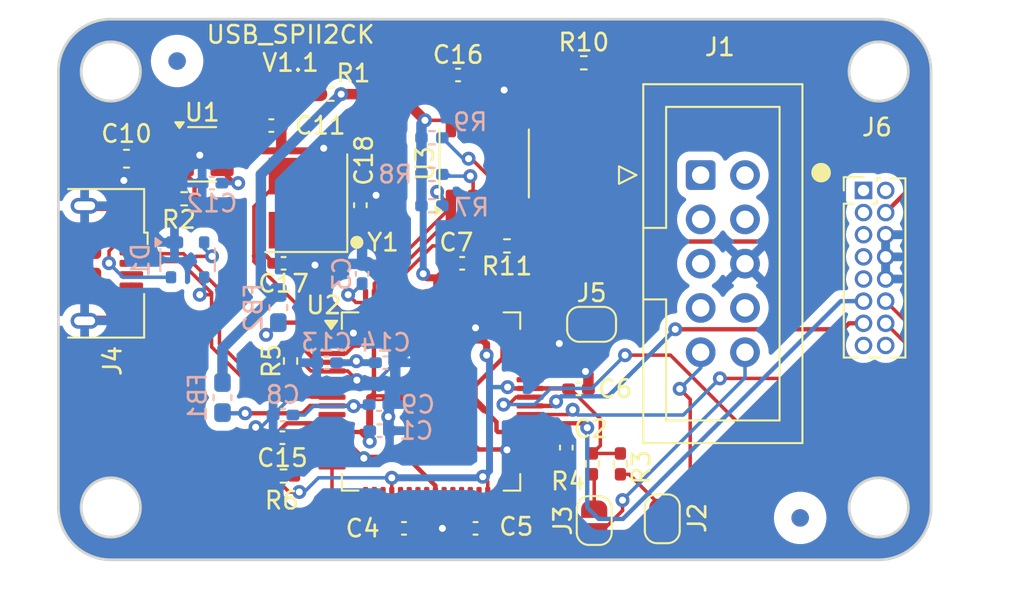
<source format=kicad_pcb>
(kicad_pcb (version 20240108) (generator "pcbnew") (generator_version "8.0")
  (layers (0 "F.Cu" signal) (31 "B.Cu" signal) (34 "B.Paste" user) (35 "F.Paste" user) (36 "B.SilkS" user "B.Silkscreen") (37 "F.SilkS" user "F.Silkscreen") (38 "B.Mask" user) (39 "F.Mask" user) (44 "Edge.Cuts" user))
  (net 0 "")
  (net 1 "Net-(U2-VREGOUT)")
  (net 2 "GND")
  (net 3 "+3.3V")
  (net 4 "Net-(U2-VPLL)")
  (net 5 "VBUS")
  (net 6 "Net-(U1-VOUT)")
  (net 7 "Net-(U1-BP)")
  (net 8 "Net-(U2-VPHY)")
  (net 9 "Net-(U2-OSCI)")
  (net 10 "Net-(U2-OSCO)")
  (net 11 "/USB-")
  (net 12 "/USB+")
  (net 13 "/I2C_SDA")
  (net 16 "/I2C_SCL")
  (net 22 "Net-(J2-Pin_2)")
  (net 23 "Net-(J3-Pin_2)")
  (net 25 "/~{RESET}")
  (net 26 "Net-(J5-Pin_1)")
  (net 27 "/SPI_MOSI")
  (net 31 "/SPI_SCK")
  (net 32 "/SPI_SSN")
  (net 33 "/SPI_MISO")
  (net 39 "Net-(U1-ON{slash}~{OFF})")
  (net 40 "Net-(U2-REF)")
  (net 41 "Net-(U2-~{RESET})")
  (net 42 "Net-(U2-EECS)")
  (net 43 "Net-(U2-EECLK)")
  (net 44 "Net-(U2-EEDATA)")
  (net 45 "Net-(U3-DO)")
  (footprint "Jumper:SolderJumper-2_P1.3mm_Open_RoundedPad1.0x1.5mm" (layer "F.Cu") (at 153.4 112.45 90)
    (property "Reference" "J3")
    (property "Value" "Conn_01x02")
  )
  (footprint "Connector_USB:USB_Micro-B_Amphenol_10118193-0001LF_Horizontal" (layer "F.Cu") (at 124.2 97.7 -90)
    (property "Reference" "J4")
    (property "Value" "USB_B_Micro")
  )
  (footprint "Capacitor_SMD:C_0402_1005Metric_Pad0.74x0.62mm_HandSolder" (layer "F.Cu") (at 145.6 86.9)
    (property "Reference" "C16")
    (property "Value" "0.1u")
  )
  (footprint "Capacitor_SMD:C_0402_1005Metric_Pad0.74x0.62mm_HandSolder" (layer "F.Cu") (at 151.8 108.2675 90)
    (property "Reference" "C2")
    (property "Value" "0.1u")
  )
  (footprint "Package_TO_SOT_SMD:SOT-23-5" (layer "F.Cu") (at 130.9375 91.45)
    (property "Reference" "U1")
    (property "Value" "LP2985-3.3")
  )
  (footprint "Package_SO:SOIC-8_3.9x4.9mm_P1.27mm" (layer "F.Cu") (at 147.095 91.975 90)
    (property "Reference" "U3")
    (property "Value" "AT93C46DN-SH-T")
  )
  (footprint "Jumper:SolderJumper-2_P1.3mm_Open_RoundedPad1.0x1.5mm" (layer "F.Cu") (at 157.3 112.35 90)
    (property "Reference" "J2")
    (property "Value" "Conn_01x02")
  )
  (footprint "Resistor_SMD:R_0402_1005Metric_Pad0.72x0.64mm_HandSolder" (layer "F.Cu") (at 153.3 109.2 90)
    (property "Reference" "R4")
    (property "Value" "5.11k")
  )
  (footprint "Resistor_SMD:R_0402_1005Metric_Pad0.72x0.64mm_HandSolder" (layer "F.Cu") (at 148.4 96.7 180)
    (property "Reference" "R11")
    (property "Value" "2.15k")
  )
  (footprint "Connector_IDC:IDC-Header_2x05_P2.54mm_Vertical" (layer "F.Cu") (at 159.5 92.64)
    (property "Reference" "J1")
    (property "Value" "Conn_02x05_Odd_Even")
  )
  (footprint "Resistor_SMD:R_0402_1005Metric_Pad0.72x0.64mm_HandSolder" (layer "F.Cu") (at 152.8025 86.2)
    (property "Reference" "R10")
    (property "Value" "10k")
  )
  (footprint "Capacitor_SMD:C_0402_1005Metric_Pad0.74x0.62mm_HandSolder" (layer "F.Cu") (at 142.5 112.9 180)
    (property "Reference" "C4")
    (property "Value" "0.1u")
  )
  (footprint "Resistor_SMD:R_0402_1005Metric_Pad0.72x0.64mm_HandSolder" (layer "F.Cu") (at 154.9 109.2025 90)
    (property "Reference" "R3")
    (property "Value" "5.11k")
  )
  (footprint "Capacitor_SMD:C_0402_1005Metric_Pad0.74x0.62mm_HandSolder" (layer "F.Cu") (at 152.5 104.9 180)
    (property "Reference" "C6")
    (property "Value" "0.1u")
  )
  (footprint "Resistor_SMD:R_0402_1005Metric_Pad0.72x0.64mm_HandSolder" (layer "F.Cu") (at 129.9025 94)
    (property "Reference" "R2")
    (property "Value" "10k")
  )
  (footprint "Connector_PinHeader_1.27mm:PinHeader_2x08_P1.27mm_Vertical" (layer "F.Cu") (at 168.83 93.52)
    (property "Reference" "J6")
    (property "Value" "Conn_02x08_Odd_Even")
  )
  (footprint "Resistor_SMD:R_0402_1005Metric_Pad0.72x0.64mm_HandSolder" (layer "F.Cu") (at 135.5975 109.9)
    (property "Reference" "R6")
    (property "Value" "10k")
  )
  (footprint "Jumper:SolderJumper-2_P1.3mm_Open_RoundedPad1.0x1.5mm" (layer "F.Cu") (at 153.25 101.2)
    (property "Reference" "J5")
    (property "Value" "Conn_01x02")
  )
  (footprint "Resistor_SMD:R_0402_1005Metric_Pad0.72x0.64mm_HandSolder" (layer "F.Cu") (at 138.3025 88)
    (property "Reference" "R1")
    (property "Value" "0")
  )
  (footprint "Package_QFP:LQFP-64_10x10mm_P0.5mm" (layer "F.Cu") (at 144.05 105.625)
    (property "Reference" "U2")
    (property "Value" "FT2232HL")
  )
  (footprint "Capacitor_SMD:C_0402_1005Metric_Pad0.74x0.62mm_HandSolder" (layer "F.Cu") (at 145.8325 97.7 180)
    (property "Reference" "C7")
    (property "Value" "0.1u")
  )
  (footprint "Crystal:Crystal_SMD_SeikoEpson_FA238V-4Pin_3.2x2.5mm_HandSoldering" (layer "F.Cu") (at 136.9 94.25 90)
    (property "Reference" "Y1")
    (property "Value" "12.00 MHz")
  )
  (footprint "Capacitor_SMD:C_0402_1005Metric_Pad0.74x0.62mm_HandSolder" (layer "F.Cu") (at 135.5325 107.7 180)
    (property "Reference" "C15")
    (property "Value" "3.3u")
  )
  (footprint "Capacitor_SMD:C_0402_1005Metric_Pad0.74x0.62mm_HandSolder" (layer "F.Cu") (at 140 94.3675 -90)
    (property "Reference" "C18")
    (property "Value" "27pF")
  )
  (footprint "Fiducial:Fiducial_1mm_Mask3mm" (layer "F.Cu") (at 165.2 112.3)
    (property "Reference" "FID2" (hide yes))
    (property "Value" "Fiducial")
  )
  (footprint "Resistor_SMD:R_0402_1005Metric_Pad0.72x0.64mm_HandSolder" (layer "F.Cu") (at 136 103.3025 -90)
    (property "Reference" "R5")
    (property "Value" "12.1k")
  )
  (footprint "Capacitor_SMD:C_0402_1005Metric_Pad0.74x0.62mm_HandSolder" (layer "F.Cu") (at 146.6 112.9)
    (property "Reference" "C5")
    (property "Value" "0.1u")
  )
  (footprint "Capacitor_SMD:C_0603_1608Metric_Pad1.08x0.95mm_HandSolder" (layer "F.Cu") (at 126.6 91.7)
    (property "Reference" "C10")
    (property "Value" "1u")
  )
  (footprint "Capacitor_SMD:C_0402_1005Metric_Pad0.74x0.62mm_HandSolder" (layer "F.Cu") (at 135.6 97.7 180)
    (property "Reference" "C17")
    (property "Value" "27pF")
  )
  (footprint "Capacitor_SMD:C_0402_1005Metric_Pad0.74x0.62mm_HandSolder" (layer "F.Cu") (at 134.9 89.8 180)
    (property "Reference" "C11")
    (property "Value" "4.7u")
  )
  (footprint "Fiducial:Fiducial_1mm_Mask3mm" (layer "F.Cu") (at 129.5 86.1)
    (property "Reference" "FID1" (hide yes))
    (property "Value" "Fiducial")
  )
  (footprint "Capacitor_SMD:C_0402_1005Metric_Pad0.74x0.62mm_HandSolder" (layer "B.Cu") (at 141.0675 105.8 180)
    (property "Reference" "C9")
    (property "Value" "0.1u")
  )
  (footprint "Capacitor_SMD:C_0402_1005Metric_Pad0.74x0.62mm_HandSolder" (layer "B.Cu") (at 135.5675 106.4 180)
    (property "Reference" "C8")
    (property "Value" "3.3u")
  )
  (footprint "Capacitor_SMD:C_0402_1005Metric_Pad0.74x0.62mm_HandSolder" (layer "B.Cu") (at 141.1 107.3 180)
    (property "Reference" "C1")
    (property "Value" "0.1u")
  )
  (footprint "Resistor_SMD:R_0402_1005Metric_Pad0.72x0.64mm_HandSolder" (layer "B.Cu") (at 144.0975 92.6 180)
    (property "Reference" "R8")
    (property "Value" "10k")
  )
  (footprint "Capacitor_SMD:C_0402_1005Metric_Pad0.74x0.62mm_HandSolder" (layer "B.Cu") (at 141.4325 103.4 180)
    (property "Reference" "C14")
    (property "Value" "0.1u")
  )
  (footprint "Fiducial:Fiducial_1mm_Mask3mm" (layer "B.Cu") (at 165.2 112.3 180)
    (property "Reference" "FID4" (hide yes))
    (property "Value" "Fiducial")
  )
  (footprint "Capacitor_SMD:C_0402_1005Metric_Pad0.74x0.62mm_HandSolder" (layer "B.Cu") (at 131.5 93.1)
    (property "Reference" "C12")
    (property "Value" "0.1u")
  )
  (footprint "Capacitor_SMD:C_0603_1608Metric_Pad1.08x0.95mm_HandSolder" (layer "B.Cu") (at 132.1 105.4 -90)
    (property "Reference" "FB1")
    (property "Value" "MMZ1608Y102B")
  )
  (footprint "Fiducial:Fiducial_1mm_Mask3mm" (layer "B.Cu") (at 129.5 86.1 180)
    (property "Reference" "FID3" (hide yes))
    (property "Value" "Fiducial")
  )
  (footprint "Capacitor_SMD:C_0402_1005Metric_Pad0.74x0.62mm_HandSolder" (layer "B.Cu") (at 140.1 98.3 -90)
    (property "Reference" "C3")
    (property "Value" "0.1u")
  )
  (footprint "Capacitor_SMD:C_0402_1005Metric_Pad0.74x0.62mm_HandSolder" (layer "B.Cu") (at 138.0675 103.4 180)
    (property "Reference" "C13")
    (property "Value" "3.3u")
  )
  (footprint "Package_TO_SOT_SMD:SOT-143" (layer "B.Cu") (at 130.1 97.5 -90)
    (property "Reference" "D1")
    (property "Value" "PRTR5V0U2X")
  )
  (footprint "Capacitor_SMD:C_0603_1608Metric_Pad1.08x0.95mm_HandSolder" (layer "B.Cu") (at 135.3 100.2375 -90)
    (property "Reference" "FB2")
    (property "Value" "MMZ1608Y102B")
  )
  (footprint "Resistor_SMD:R_0402_1005Metric_Pad0.72x0.64mm_HandSolder" (layer "B.Cu") (at 144.0975 90.5 180)
    (property "Reference" "R9")
    (property "Value" "10k")
  )
  (footprint "Resistor_SMD:R_0402_1005Metric_Pad0.72x0.64mm_HandSolder" (layer "B.Cu") (at 144.0975 94.4 180)
    (property "Reference" "R7")
    (property "Value" "10k")
  )
  (gr_circle (center 166.4 92.5) (end 166.8 92.2) (stroke (width 0.12)) (fill solid) (layer "F.SilkS"))
  (gr_circle (center 139.8 96.5) (end 140.1 96.4) (stroke (width 0.12)) (fill solid) (layer "F.SilkS"))
  (gr_circle (center 125.7 86.7) (end 124 86.7) (stroke (width 0.16)) (fill none) (layer "Edge.Cuts"))
  (gr_line (start 122.7 111.7) (end 122.7 86.7) (stroke (width 0.16)) (layer "Edge.Cuts"))
  (gr_line (start 125.7 83.7) (end 169.7 83.7) (stroke (width 0.16)) (layer "Edge.Cuts"))
  (gr_line (start 172.7 86.7) (end 172.7 111.7) (stroke (width 0.16)) (layer "Edge.Cuts"))
  (gr_arc (start 122.7 86.7) (mid 123.57868 84.57868) (end 125.7 83.7) (stroke (width 0.16)) (layer "Edge.Cuts"))
  (gr_arc (start 169.7 83.7) (mid 171.82132 84.57868) (end 172.7 86.7) (stroke (width 0.16)) (layer "Edge.Cuts"))
  (gr_line (start 169.7 114.7) (end 125.7 114.7) (stroke (width 0.16)) (layer "Edge.Cuts"))
  (gr_arc (start 172.7 111.7) (mid 171.82132 113.82132) (end 169.7 114.7) (stroke (width 0.16)) (layer "Edge.Cuts"))
  (gr_arc (start 125.7 114.7) (mid 123.57868 113.82132) (end 122.7 111.7) (stroke (width 0.16)) (layer "Edge.Cuts"))
  (gr_circle (center 169.7 111.7) (end 168 111.7) (stroke (width 0.16)) (fill none) (layer "Edge.Cuts"))
  (gr_circle (center 125.7 111.7) (end 124 111.7) (stroke (width 0.16)) (fill none) (layer "Edge.Cuts"))
  (gr_circle (center 169.7 86.7) (end 168 86.7) (stroke (width 0.16)) (fill none) (layer "Edge.Cuts"))
  (gr_text "USB_SPII2CK\nV1.1" (at 136 84 0) (layer "F.SilkS") (effects (font (size 1 1)) (justify top)))
  (segment (start 149.725 107.375) (end 147.875 107.375) (width 0.254) (layer "F.Cu") (net 1))
  (segment (start 140.532 105.4) (end 140.777 105.155) (width 0.254) (layer "F.Cu") (net 1))
  (segment (start 146.4 105.4) (end 146.6 105.6) (width 0.4) (layer "F.Cu") (net 1))
  (segment (start 140.777 105.155) (end 140.777 101.272592) (width 0.254) (layer "F.Cu") (net 1))
  (segment (start 140.532 107.3) (end 140.532 106.846) (width 0.4) (layer "F.Cu") (net 1))
  (segment (start 136.525 107.375) (end 138.375 107.375) (width 0.2) (layer "F.Cu") (net 1))
  (segment (start 136.2 107.7) (end 136.525 107.375) (width 0.2) (layer "F.Cu") (net 1))
  (segment (start 147.1 106.1) (end 146.8 105.8) (width 0.254) (layer "F.Cu") (net 1))
  (segment (start 147.8 99.95) (end 148.146 100.296) (width 0.254) (layer "F.Cu") (net 1))
  (segment (start 147.8 107.3) (end 147.8 106.8) (width 0.254) (layer "F.Cu") (net 1))
  (segment (start 140.3 99.95) (end 139.75 99.95) (width 0.2) (layer "F.Cu") (net 1))
  (segment (start 139.75 99.95) (end 139.3 99.5) (width 0.2) (layer "F.Cu") (net 1))
  (segment (start 146.6 105.6) (end 146.8 105.8) (width 0.4) (layer "F.Cu") (net 1))
  (segment (start 140.532 105.4) (end 146.4 105.4) (width 0.4) (layer "F.Cu") (net 1))
  (segment (start 140.064 107.314) (end 140.447 107.314) (width 0.25) (layer "F.Cu") (net 1))
  (segment (start 146.8 105.8) (end 147.1 106.1) (width 0.4) (layer "F.Cu") (net 1))
  (segment (start 151.475 107.375) (end 151.8 107.7) (width 0.254) (layer "F.Cu") (net 1))
  (segment (start 139.991499 107.375) (end 140.536549 107.92005) (width 0.25) (layer "F.Cu") (net 1))
  (segment (start 147.8 106.8) (end 147.1 106.1) (width 0.254) (layer "F.Cu") (net 1))
  (segment (start 140.532 106.846) (end 140.532 105.4) (width 0.4) (layer "F.Cu") (net 1))
  (segment (start 140.532 106.846) (end 140.532 107.3) (width 0.25) (layer "F.Cu") (net 1))
  (segment (start 146.6 105.6) (end 146.8 105.8) (width 0.254) (layer "F.Cu") (net 1))
  (segment (start 146.6 104.7) (end 146.6 105.6) (width 0.254) (layer "F.Cu") (net 1))
  (segment (start 148.146 100.296) (end 148.146 103.154) (width 0.254) (layer "F.Cu") (net 1))
  (segment (start 148.146 103.154) (end 146.6 104.7) (width 0.254) (layer "F.Cu") (net 1))
  (segment (start 140.3 100.795592) (end 140.3 99.95) (width 0.254) (layer "F.Cu") (net 1))
  (segment (start 140.777 101.272592) (end 140.3 100.795592) (width 0.254) (layer "F.Cu") (net 1))
  (segment (start 138.375 107.375) (end 139.991499 107.375) (width 0.25) (layer "F.Cu") (net 1))
  (segment (start 149.725 107.375) (end 151.475 107.375) (width 0.254) (layer "F.Cu") (net 1))
  (via (at 140.536549 107.92005) (size 0.8) (drill 0.4) (layers "F.Cu" "B.Cu") (net 1))
  (via (at 139.3 99.5) (size 0.8) (drill 0.4) (layers "F.Cu" "B.Cu") (net 1))
  (segment (start 139.468 99.5) (end 140.1 98.8675) (width 0.2) (layer "B.Cu") (net 1))
  (segment (start 140.5 107.332) (end 140.5 107.883501) (width 0.25) (layer "B.Cu") (net 1))
  (segment (start 140.5 107.883501) (end 140.536549 107.92005) (width 0.25) (layer "B.Cu") (net 1))
  (segment (start 139.3 99.5) (end 139.468 99.5) (width 0.2) (layer "B.Cu") (net 1))
  (segment (start 146.8 99.95) (end 146.8 98.1) (width 0.254) (layer "F.Cu") (net 2))
  (segment (start 137.17 103.875) (end 136 102.705) (width 0.2) (layer "F.Cu") (net 2))
  (segment (start 134.965 107.7) (end 135.79 106.875) (width 0.25) (layer "F.Cu") (net 2))
  (segment (start 151.325 102.375) (end 151.4 102.3) (width 0.254) (layer "F.Cu") (net 2))
  (segment (start 139.199998 107.875) (end 140.2 108.875002) (width 0.2) (layer "F.Cu") (net 2))
  (segment (start 140.2 108.875002) (end 139.900002 108.875002) (width 0.2) (layer "F.Cu") (net 2))
  (segment (start 124.2 101) (end 124.2 98.9) (width 0.4) (layer "F.Cu") (net 2))
  (segment (start 144.3 112.9) (end 144.7 112.9) (width 0.6) (layer "F.Cu") (net 2))
  (segment (start 141.668 107.3) (end 145.7 107.3) (width 0.4) (layer "F.Cu") (net 2))
  (segment (start 138.375 103.875) (end 137.17 103.875) (width 0.2) (layer "F.Cu") (net 2))
  (segment (start 138.375 108.875) (end 139.975 108.875) (width 0.254) (layer "F.Cu") (net 2))
  (segment (start 140.9 93.8) (end 140 93.8) (width 0.6) (layer "F.Cu") (net 2))
  (segment (start 135.468 90.4582) (end 135.468 89.8) (width 0.5) (layer "F.Cu") (net 2))
  (segment (start 135.468 90.4582) (end 135.468 90.4587) (width 0.6) (layer "F.Cu") (net 2))
  (segment (start 149.725 108.375) (end 148.425 108.375) (width 0.254) (layer "F.Cu") (net 2))
  (segment (start 138.375 103.875) (end 139.275 103.875) (width 0.2) (layer "F.Cu") (net 2))
  (segment (start 135.468 90.4587) (end 135.468 91.1175) (width 0.6) (layer "F.Cu") (net 2))
  (segment (start 141.6 106.5) (end 141.6 107.232) (width 0.6) (layer "F.Cu") (net 2))
  (segment (start 137.85 91.25) (end 137.9 91.3) (width 0.4) (layer "F.Cu") (net 2))
  (segment (start 136.9 106.875) (end 138.375 106.875) (width 0.254) (layer "F.Cu") (net 2))
  (segment (start 141.46 108.875) (end 139.975 108.875) (width 0.4) (layer "F.Cu") (net 2))
  (segment (start 137.7 91.1) (end 137.9 91.3) (width 0.4) (layer "F.Cu") (net 2))
  (segment (start 135.79 106.875) (end 136.9 106.875) (width 0.25) (layer "F.Cu") (net 2))
  (segment (start 126.65 93.15) (end 126.45 92.95) (width 0.4) (layer "F.Cu") (net 2))
  (segment (start 130.8 91.5) (end 130.9 91.6) (width 0.254) (layer "F.Cu") (net 2))
  (segment (start 130.9 91.6) (end 133.6 91.6) (width 0.4) (layer "F.Cu") (net 2))
  (segment (start 146.8 98.1) (end 146.4 97.7) (width 0.254) (layer "F.Cu") (net 2))
  (segment (start 125.738 92.2375) (end 125.738 91.7) (width 0.4) (layer "F.Cu") (net 2))
  (segment (start 139.25 93.8) (end 138.15 92.7) (width 0.4) (layer "F.Cu") (net 2))
  (segment (start 136.168 97.7) (end 136.168 96.3175) (width 0.6) (layer "F.Cu") (net 2))
  (segment (start 141.668 108.668) (end 141.668 107.4) (width 0.4) (layer "F.Cu") (net 2))
  (segment (start 139.975 108.875) (end 140.199998 108.875) (width 0.4) (layer "F.Cu") (net 2))
  (segment (start 136.268 97.8) (end 136.168 97.7) (width 0.6) (layer "F.Cu") (net 2))
  (segment (start 144.3 110.454) (end 142.721 108.875) (width 0.254) (layer "F.Cu") (net 2))
  (segment (start 134.6 107.7) (end 134 107.1) (width 0.2) (layer "F.Cu") (net 2))
  (segment (start 148.4 108.4) (end 148.375 108.375) (width 0.254) (layer "F.Cu") (net 2))
  (segment (start 153.068 104.9) (end 153.068 104.067) (width 0.6) (layer "F.Cu") (net 2))
  (segment (start 148.425 108.375) (end 148.4 108.4) (width 0.254) (layer "F.Cu") (net 2))
  (segment (start 126.875 99) (end 126.875 100.675) (width 0.4) (layer "F.Cu") (net 2))
  (segment (start 141.6 107.232) (end 141.668 107.3) (width 0.6) (layer "F.Cu") (net 2))
  (segment (start 133.6 91.6) (end 133.95 91.25) (width 0.4) (layer "F.Cu") (net 2))
  (segment (start 130.8 91.5) (end 129.85 91.5) (width 0.254) (layer "F.Cu") (net 2))
  (segment (start 137.4 97.8) (end 136.268 97.8) (width 0.6) (layer "F.Cu") (net 2))
  (segment (start 146.8 101.2) (end 146.6 101.4) (width 0.254) (layer "F.Cu") (net 2))
  (segment (start 144.3 111.3) (end 144.3 110.454) (width 0.254) (layer "F.Cu") (net 2))
  (segment (start 139.425 101.875) (end 139.6 101.7) (width 0.2) (layer "F.Cu") (net 2))
  (segment (start 151.34 108.375) (end 151.8 108.835) (width 0.254) (layer "F.Cu") (net 2))
  (segment (start 126.65 100.9) (end 124.3 100.9) (width 0.4) (layer "F.Cu") (net 2))
  (segment (start 126.2 94.5) (end 124.3 94.5) (width 0.4) (layer "F.Cu") (net 2))
  (segment (start 144.3 111.3) (end 144.3 112.9) (width 0.254) (layer "F.Cu") (net 2))
  (segment (start 135.65 95.4) (end 138.15 92.9) (width 0.6) (layer "F.Cu") (net 2))
  (segment (start 138.375 106.375) (end 138.375 106.875) (width 0.2) (layer "F.Cu") (net 2))
  (segment (start 137.9 91.1) (end 137.7 91.1) (width 0.4) (layer "F.Cu") (net 2))
  (segment (start 141.668 107.4) (end 141.668 107.3) (width 0.5) (layer "F.Cu") (net 2))
  (segment (start 144.7 112.9) (end 146.032 112.9) (width 0.6) (layer "F.Cu") (net 2))
  (segment (start 139.275 103.875) (end 139.8 104.4) (width 0.2) (layer "F.Cu") (net 2))
  (segment (start 148.238 87.7627) (end 147.375 86.9) (width 0.4) (layer "F.Cu") (net 2))
  (segment (start 153.068 104.067) (end 152.9 103.9) (width 0.6) (layer "F.Cu") (net 2))
  (segment (start 126.45 92.95) (end 125.738 92.2375) (width 0.4) (layer "F.Cu") (net 2))
  (segment (start 138.375 101.875) (end 139.425 101.875) (width 0.2) (layer "F.Cu") (net 2))
  (segment (start 135.468 90.4587) (end 135.468 90.4582) (width 0.5) (layer "F.Cu") (net 2))
  (segment (start 148.238 87.7625) (end 148.238 87.7627) (width 0.5) (layer "F.Cu") (net 2))
  (segment (start 146.775 108.375) (end 145.7 107.3) (width 0.254) (layer "F.Cu") (net 2))
  (segment (start 124.2 96.5) (end 124.2 98.9) (width 0.4) (layer "F.Cu") (net 2))
  (segment (start 148.375 108.375) (end 146.775 108.375) (width 0.254) (layer "F.Cu") (net 2))
  (segment (start 137.9 91.3) (end 137.9 91.1) (width 0.4) (layer "F.Cu") (net 2))
  (segment (start 133.95 91.25) (end 137.85 91.25) (width 0.4) (layer "F.Cu") (net 2))
  (segment (start 147.375 86.9) (end 146.168 86.9) (width 0.4) (layer "F.Cu") (net 2))
  (segment (start 143.068 112.9) (end 144.3 112.9) (width 0.6) (layer "F.Cu") (net 2))
  (segment (start 140 93.8) (end 139.25 93.8) (width 0.4) (layer "F.Cu") (net 2))
  (segment (start 138.375 107.875) (end 139.199998 107.875) (width 0.2) (layer "F.Cu") (net 2))
  (segment (start 126.65 94.5) (end 126.65 93.15) (width 0.4) (layer "F.Cu") (net 2))
  (segment (start 149 88.525) (end 148.238 87.7627) (width 0.4) (layer "F.Cu") (net 2))
  (segment (start 141.46 108.875) (end 141.668 108.668) (width 0.4) (layer "F.Cu") (net 2))
  (segment (start 134.965 107.7) (end 134.6 107.7) (width 0.2) (layer "F.Cu") (net 2))
  (segment (start 142.721 108.875) (end 141.46 108.875) (width 0.4) (layer "F.Cu") (net 2))
  (segment (start 124.2 96.5) (end 126.2 94.5) (width 0.4) (layer "F.Cu") (net 2))
  (segment (start 140.199998 108.875) (end 140.2 108.875002) (width 0.4) (layer "F.Cu") (net 2))
  (segment (start 146.8 99.95) (end 146.8 101.2) (width 0.254) (layer "F.Cu") (net 2))
  (segment (start 137.9 91.3) (end 137.9 92.45) (width 0.4) (layer "F.Cu") (net 2))
  (segment (start 149.725 102.375) (end 151.325 102.375) (width 0.254) (layer "F.Cu") (net 2))
  (segment (start 135.468 89.8) (end 135.468 90.4582) (width 0.6) (layer "F.Cu") (net 2))
  (segment (start 149 89.5) (end 149 88.525) (width 0.4) (layer "F.Cu") (net 2))
  (segment (start 149.725 108.375) (end 151.34 108.375) (width 0.254) (layer "F.Cu") (net 2))
  (segment (start 139.900002 108.875002) (end 139.9 108.875) (width 0.2) (layer "F.Cu") (net 2))
  (via (at 148.238 87.7625) (size 0.8) (drill 0.4) (layers "F.Cu" "B.Cu") (net 2))
  (via (at 146.6 101.4) (size 0.8) (drill 0.4) (layers "F.Cu" "B.Cu") (net 2))
  (via (at 139.6 101.7) (size 0.8) (drill 0.4) (layers "F.Cu" "B.Cu") (net 2))
  (via (at 130.8 91.5) (size 0.8) (drill 0.4) (layers "F.Cu" "B.Cu") (net 2))
  (via (at 141.6 106.5) (size 0.8) (drill 0.4) (layers "F.Cu" "B.Cu") (net 2))
  (via (at 151.4 102.3) (size 0.8) (drill 0.4) (layers "F.Cu" "B.Cu") (net 2))
  (via (at 137.4 97.8) (size 0.8) (drill 0.4) (layers "F.Cu" "B.Cu") (net 2))
  (via (at 137.9 91.1) (size 0.8) (drill 0.4) (layers "F.Cu" "B.Cu") (net 2))
  (via (at 139.8 104.4) (size 0.8) (drill 0.4) (layers "F.Cu" "B.Cu") (net 2))
  (via (at 140.2 108.875002) (size 0.8) (drill 0.4) (layers "F.Cu" "B.Cu") (net 2))
  (via (at 140.9 93.8) (size 0.8) (drill 0.4) (layers "F.Cu" "B.Cu") (net 2))
  (via (at 148.4 108.4) (size 0.8) (drill 0.4) (layers "F.Cu" "B.Cu") (net 2))
  (via (at 134 107.1) (size 0.8) (drill 0.4) (layers "F.Cu" "B.Cu") (net 2))
  (via (at 152.9 103.9) (size 0.8) (drill 0.4) (layers "F.Cu" "B.Cu") (net 2))
  (via (at 144.7 112.9) (size 0.8) (drill 0.4) (layers "F.Cu" "B.Cu") (net 2))
  (via (at 126.45 92.95) (size 0.8) (drill 0.4) (layers "F.Cu" "B.Cu") (net 2))
  (segment (start 130.8 91.5) (end 127.9 91.5) (width 0.254) (layer "B.Cu") (net 2))
  (segment (start 167.66 92.1) (end 162.04 97.72) (width 0.5) (layer "B.Cu") (net 2))
  (segment (start 126.8 93.3) (end 126.45 92.95) (width 0.4) (layer "B.Cu") (net 2))
  (segment (start 128.7 96.5) (end 126.8 94.6) (width 0.4) (layer "B.Cu") (net 2))
  (segment (start 144 101.4) (end 142 103.4) (width 0.6) (layer "B.Cu") (net 2))
  (segment (start 141.635 105.8) (end 141.635 106.465) (width 0.6) (layer "B.Cu") (net 2))
  (segment (start 141.6 107.232) (end 141.668 107.3) (width 0.6) (layer "B.Cu") (net 2))
  (segment (start 137.5 101.7) (end 137.5 97.9) (width 0.2) (layer "B.Cu") (net 2))
  (segment (start 151.4 102.3) (end 152.9 103.8) (width 0.6) (layer "B.Cu") (net 2))
  (segment (start 139.8 104.4) (end 141 104.4) (width 0.2) (layer "B.Cu") (net 2))
  (segment (start 129.35 96.5) (end 128.7 96.5) (width 0.4) (layer "B.Cu") (net 2))
  (segment (start 146.6 101.4) (end 150.5 101.4) (width 0.6) (layer "B.Cu") (net 2))
  (segment (start 130.932 91.6325) (end 130.8 91.5) (width 0.254) (layer "B.Cu") (net 2))
  (segment (start 140.41 97.7325) (end 140.1 97.7325) (width 0.8) (layer "B.Cu") (net 2))
  (segment (start 126.8 94.6) (end 126.8 93.3) (width 0.4) (layer "B.Cu") (net 2))
  (segment (start 137.5 103.4) (end 137.5 101.7) (width 0.2) (layer "B.Cu") (net 2))
  (segment (start 170.1 98.6) (end 170.1 97.33) (width 0.5) (layer "B.Cu") (net 2))
  (segment (start 141.6 106.5) (end 141.6 107.232) (width 0.6) (layer "B.Cu") (net 2))
  (segment (start 127.9 91.5) (end 126.45 92.95) (width 0.254) (layer "B.Cu") (net 2))
  (segment (start 171.4 92.1) (end 167.66 92.1) (width 0.5) (layer "B.Cu") (net 2))
  (segment (start 140.9 93.8) (end 140.9 89.1) (width 0.8) (layer "B.Cu") (net 2))
  (segment (start 134.3 107.1) (end 135 106.4) (width 0.2) (layer "B.Cu") (net 2))
  (segment (start 142 99.3225) (end 140.41 97.7325) (width 0.8) (layer "B.Cu") (net 2))
  (segment (start 152.9 103.8) (end 152.9 103.9) (width 0.6) (layer "B.Cu") (net 2))
  (segment (start 140.1 97.7325) (end 140.1 94.6) (width 0.6) (layer "B.Cu") (net 2))
  (segment (start 137.5 97.9) (end 137.4 97.8) (width 0.2) (layer "B.Cu") (net 2))
  (segment (start 170.1 97.33) (end 170.1 96.06) (width 0.5) (layer "B.Cu") (net 2))
  (segment (start 142 105.435) (end 142 103.4) (width 0.6) (layer "B.Cu") (net 2))
  (segment (start 142 103.4) (end 142 99.3225) (width 0.8) (layer "B.Cu") (net 2))
  (segment (start 137.5 103.4) (end 137.5 103.9) (width 0.2) (layer "B.Cu") (net 2))
  (segment (start 170.1 96.06) (end 171.4 96.06) (width 0.5) (layer "B.Cu") (net 2))
  (segment (start 137.468 97.7325) (end 137.4 97.8) (width 0.6) (layer "B.Cu") (net 2))
  (segment (start 142.238 87.7625) (end 148.238 87.7625) (width 0.8) (layer "B.Cu") (net 2))
  (segment (start 158.1 90.5) (end 152.9 95.7) (width 0.5) (layer "B.Cu") (net 2))
  (segment (start 152.9 95.7) (end 152.9 103.8) (width 0.5) (layer "B.Cu") (net 2))
  (segment (start 140.1 97.7325) (end 137.468 97.7325) (width 0.6) (layer "B.Cu") (net 2))
  (segment (start 140.9 89.1) (end 142.238 87.7625) (width 0.8) (layer "B.Cu") (net 2))
  (segment (start 141.635 106.465) (end 141.6 106.5) (width 0.6) (layer "B.Cu") (net 2))
  (segment (start 134 107.1) (end 134.3 107.1) (width 0.2) (layer "B.Cu") (net 2))
  (segment (start 150.5 101.4) (end 151.4 102.3) (width 0.6) (layer "B.Cu") (net 2))
  (segment (start 137.5 103.9) (end 135 106.4) (width 0.2) (layer "B.Cu") (net 2))
  (segment (start 141.635 105.8) (end 142 105.435) (width 0.6) (layer "B.Cu") (net 2))
  (segment (start 162.8 90.5) (end 158.1 90.5) (width 0.5) (layer "B.Cu") (net 2))
  (segment (start 130.932 93.1) (end 130.932 91.6325) (width 0.254) (layer "B.Cu") (net 2))
  (segment (start 139.6 101.7) (end 137.5 101.7) (width 0.2) (layer "B.Cu") (net 2))
  (segment (start 165.93 93.63) (end 162.8 90.5) (width 0.5) (layer "B.Cu") (net 2))
  (segment (start 146.6 101.4) (end 144 101.4) (width 0.6) (layer "B.Cu") (net 2))
  (segment (start 140.1 94.6) (end 140.9 93.8) (width 0.6) (layer "B.Cu") (net 2))
  (segment (start 171.4 96.06) (end 171.4 92.1) (width 0.5) (layer "B.Cu") (net 2))
  (segment (start 141 104.4) (end 142 103.4) (width 0.2) (layer "B.Cu") (net 2))
  (segment (start 144.3 99.95) (end 144.3 101.9) (width 0.254) (layer "F.Cu") (net 3))
  (segment (start 144.577 102.177) (end 146.923 102.177) (width 0.254) (layer "F.Cu") (net 3))
  (segment (start 148.512 104.875) (end 148.437 104.799) (width 0.254) (layer "F.Cu") (net 3))
  (segment (start 141.8 111.3) (end 141.8 112.768) (width 0.2) (layer "F.Cu") (net 3))
  (segment (start 141.8 111.3) (end 141.8 110) (width 0.2) (layer "F.Cu") (net 3))
  (segment (start 147.234 112.834) (end 147.168 112.9) (width 0.5) (layer "F.Cu") (net 3))
  (segment (start 153.75 108.154) (end 153.75 106.623) (width 0.2) (layer "F.Cu") (net 3))
  (segment (start 143.7 89.5) (end 145.19 89.5) (width 0.2) (layer "F.Cu") (net 3))
  (segment (start 138.9 88) (end 142.2 88) (width 0.6) (layer "F.Cu") (net 3))
  (segment (start 149.2 85.5) (end 145.4 85.5) (width 0.5) (layer "F.Cu") (net 3))
  (segment (start 147.3 111.3) (end 147.3 112.768) (width 0.2) (layer "F.Cu") (net 3))
  (segment (start 147.477 100.978) (end 147.3 100.801) (width 0.254) (layer "F.Cu") (net 3))
  (segment (start 149.725 104.875) (end 151.908 104.875) (width 0.254) (layer "F.Cu") (net 3))
  (segment (start 143.832 98.5325) (end 143.6 98.3) (width 0.4) (layer "F.Cu") (net 3))
  (segment (start 152.205 86.2) (end 149.9 86.2) (width 0.5) (layer "F.Cu") (net 3))
  (segment (start 144.3 101.9) (end 144.577 102.177) (width 0.254) (layer "F.Cu") (net 3))
  (segment (start 147 102.1) (end 147.477 101.623) (width 0.254) (layer "F.Cu") (net 3))
  (segment (start 146.923 102.177) (end 147 102.1) (width 0.254) (layer "F.Cu") (net 3))
  (segment (start 147.477 101.623) (end 147.477 100.978) (width 0.254) (layer "F.Cu") (net 3))
  (segment (start 143.932 88) (end 142.2 88) (width 0.5) (layer "F.Cu") (net 3))
  (segment (start 147.3 111.3) (end 147.3 110.225) (width 0.2) (layer "F.Cu") (net 3))
  (segment (start 142.2 88) (end 143.7 89.5) (width 0.6) (layer "F.Cu") (net 3))
  (segment (start 145.4 85.5) (end 145.032 85.8675) (width 0.5) (layer "F.Cu") (net 3))
  (segment (start 135.913 110.813) (end 135 109.9) (width 0.2) (layer "F.Cu") (net 3))
  (segment (start 145.265 97.7) (end 144.432 98.5325) (width 0.4) (layer "F.Cu") (net 3))
  (segment (start 136.501 110.813) (end 135.913 110.813) (width 0.2) (layer "F.Cu") (net 3))
  (segment (start 153.75 106.623) (end 152.027 104.9) (width 0.2) (layer "F.Cu") (net 3))
  (segment (start 147.3 110.225) (end 147.015 109.94) (width 0.2) (layer "F.Cu") (net 3))
  (segment (start 145.032 85.8675) (end 145.032 86.9) (width 0.5) (layer "F.Cu") (net 3))
  (segment (start 145.032 86.9) (end 143.932 88) (width 0.5) (layer "F.Cu") (net 3))
  (segment (start 149.9 86.2) (end 149.2 85.5) (width 0.5) (layer "F.Cu") (net 3))
  (segment (start 147 102.1) (end 147.235 102.335) (width 0.4) (layer "F.Cu") (net 3))
  (segment (start 149.725 104.875) (end 148.512 104.875) (width 0.254) (layer "F.Cu") (net 3))
  (segment (start 147.235 102.335) (end 147.235 102.966) (width 0.4) (layer "F.Cu") (net 3))
  (segment (start 154.9 108.605) (end 153.302 108.605) (width 0.2) (layer "F.Cu") (net 3))
  (segment (start 144.432 98.5325) (end 143.832 98.5325) (width 0.4) (layer "F.Cu") (net 3))
  (segment (start 144.3 98.665) (end 145.265 97.7) (width 0.254) (layer "F.Cu") (net 3))
  (segment (start 153.301 108.604) (end 153.75 108.154) (width 0.2) (layer "F.Cu") (net 3))
  (segment (start 144.3 99.95) (end 144.3 98.665) (width 0.254) (layer "F.Cu") (net 3))
  (segment (start 147.3 100.801) (end 147.3 99.95) (width 0.254) (layer "F.Cu") (net 3))
  (via (at 143.6 98.3) (size 0.8) (drill 0.4) (layers "F.Cu" "B.Cu") (net 3))
  (via (at 147.015 109.94) (size 0.8) (drill 0.4) (layers "F.Cu" "B.Cu") (net 3))
  (via (at 141.8 110) (size 0.8) (drill 0.4) (layers "F.Cu" "B.Cu") (net 3))
  (via (at 138.9 88) (size 0.8) (drill 0.4) (layers "F.Cu" "B.Cu") (net 3))
  (via (at 143.7 89.5) (size 0.8) (drill 0.4) (layers "F.Cu" "B.Cu") (net 3))
  (via (at 148.437 104.799) (size 0.8) (drill 0.4) (layers "F.Cu" "B.Cu") (net 3))
  (via (at 136.501 110.813) (size 0.8) (drill 0.4) (layers "F.Cu" "B.Cu") (net 3))
  (via (at 147.235 102.966) (size 0.8) (drill 0.4) (layers "F.Cu" "B.Cu") (net 3))
  (segment (start 143.5 89.7) (end 143.7 89.5) (width 0.2) (layer "B.Cu") (net 3))
  (segment (start 136.514 110.8) (end 136.501 110.813) (width 0.2) (layer "B.Cu") (net 3))
  (segment (start 134.775 99.375) (end 134.3 98.9) (width 0.6) (layer "B.Cu") (net 3))
  (segment (start 143.5 90.5) (end 143.5 89.7) (width 0.6) (layer "B.Cu") (net 3))
  (segment (start 137.6 110) (end 136.8 110.8) (width 0.2) (layer "B.Cu") (net 3))
  (segment (start 147.4 103.131) (end 147.235 102.966) (width 0.4) (layer "B.Cu") (net 3))
  (segment (start 134.3 98.9) (end 134.3 92.6) (width 0.6) (layer "B.Cu") (net 3))
  (segment (start 132.1 102.575) (end 135.3 99.375) (width 0.6) (layer "B.Cu") (net 3))
  (segment (start 147.4 104.8) (end 148.436 104.8) (width 0.254) (layer "B.Cu") (net 3))
  (segment (start 141.8 110) (end 137.6 110) (width 0.2) (layer "B.Cu") (net 3))
  (segment (start 141.8 110) (end 147 110) (width 0.4) (layer "B.Cu") (net 3))
  (segment (start 143.5 92.6) (end 143.5 94.4) (width 0.6) (layer "B.Cu") (net 3))
  (segment (start 147 110) (end 147.2 109.8) (width 0.4) (layer "B.Cu") (net 3))
  (segment (start 134.3 92.6) (end 138.9 88) (width 0.6) (layer "B.Cu") (net 3))
  (segment (start 143.6 98.3) (end 143.6 94.5) (width 0.4) (layer "B.Cu") (net 3))
  (segment (start 135.3 99.375) (end 134.775 99.375) (width 0.6) (layer "B.Cu") (net 3))
  (segment (start 147.155 109.8) (end 147.015 109.94) (width 0.5) (layer "B.Cu") (net 3))
  (segment (start 143.5 90.5) (end 143.5 92.6) (width 0.6) (layer "B.Cu") (net 3))
  (segment (start 147.4 109.6) (end 147.4 104.8) (width 0.4) (layer "B.Cu") (net 3))
  (segment (start 136.8 110.8) (end 136.514 110.8) (width 0.2) (layer "B.Cu") (net 3))
  (segment (start 147.2 109.8) (end 147.155 109.8) (width 0.5) (layer "B.Cu") (net 3))
  (segment (start 132.1 104.5375) (end 132.1 102.575) (width 0.6) (layer "B.Cu") (net 3))
  (segment (start 147.4 104.8) (end 147.4 103.131) (width 0.4) (layer "B.Cu") (net 3))
  (segment (start 147.2 109.8) (end 147.4 109.6) (width 0.4) (layer "B.Cu") (net 3))
  (segment (start 148.436 104.8) (end 148.437 104.799) (width 0.254) (layer "B.Cu") (net 3))
  (segment (start 138.375 105.875) (end 139.597 105.875) (width 0.25) (layer "F.Cu") (net 4))
  (segment (start 138.375 105.875) (end 137.125 105.875) (width 0.25) (layer "F.Cu") (net 4))
  (segment (start 139.597 105.875) (end 139.613 105.891) (width 0.25) (layer "F.Cu") (net 4))
  (segment (start 136.7 106.3) (end 133.4 106.3) (width 0.25) (layer "F.Cu") (net 4))
  (segment (start 137.125 105.875) (end 136.7 106.3) (width 0.25) (layer "F.Cu") (net 4))
  (via (at 133.4 106.3) (size 0.8) (drill 0.4) (layers "F.Cu" "B.Cu") (net 4))
  (via (at 139.613 105.891) (size 0.8) (drill 0.4) (layers "F.Cu" "B.Cu") (net 4))
  (segment (start 139.604 105.9) (end 139.613 105.891) (width 0.2) (layer "B.Cu") (net 4))
  (segment (start 137.3 105.9) (end 139.604 105.9) (width 0.2) (layer "B.Cu") (net 4))
  (segment (start 136.135 106.4) (end 136.8 106.4) (width 0.2) (layer "B.Cu") (net 4))
  (segment (start 133.4 106.3) (end 132.138 106.3) (width 0.25) (layer "B.Cu") (net 4))
  (segment (start 136.8 106.4) (end 137.3 105.9) (width 0.2) (layer "B.Cu") (net 4))
  (segment (start 139.613 105.891) (end 140.409 105.891) (width 0.25) (layer "B.Cu") (net 4))
  (segment (start 128.3 95.7) (end 128.3 94) (width 0.4) (layer "F.Cu") (net 5))
  (segment (start 128.3 90.5) (end 128.3 91.7) (width 0.4) (layer "F.Cu") (net 5))
  (segment (start 127.4625 91.7) (end 128.3 91.7) (width 0.5) (layer "F.Cu") (net 5))
  (segment (start 128.3 94) (end 129.305 94) (width 0.4) (layer "F.Cu") (net 5))
  (segment (start 125.6 97) (end 126.2 96.4) (width 0.2) (layer "F.Cu") (net 5))
  (segment (start 128.3 91.7) (end 128.3 94) (width 0.4) (layer "F.Cu") (net 5))
  (segment (start 127.6 96.4) (end 128.3 95.7) (width 0.4) (layer "F.Cu") (net 5))
  (segment (start 126.2 96.4) (end 126.875 96.4) (width 0.2) (layer "F.Cu") (net 5))
  (segment (start 129.8 90.5) (end 128.3 90.5) (width 0.4) (layer "F.Cu") (net 5))
  (segment (start 125.6 97.6847) (end 125.6 97) (width 0.2) (layer "F.Cu") (net 5))
  (segment (start 126.875 96.4) (end 127.6 96.4) (width 0.4) (layer "F.Cu") (net 5))
  (segment (start 125.595 97.6895) (end 125.6 97.6847) (width 0.2) (layer "F.Cu") (net 5))
  (via (at 125.595 97.6895) (size 0.8) (drill 0.4) (layers "F.Cu" "B.Cu") (net 5))
  (segment (start 129.15 98.5) (end 126.406 98.5) (width 0.2) (layer "B.Cu") (net 5))
  (segment (start 126.406 98.5) (end 125.595 97.6895) (width 0.2) (layer "B.Cu") (net 5))
  (segment (start 132.075 90.5) (end 132.075 89.825) (width 0.6) (layer "F.Cu") (net 6))
  (segment (start 134.332 89.8) (end 134.332 88.832) (width 0.6) (layer "F.Cu") (net 6))
  (segment (start 134.332 88.832) (end 133.7 88.2) (width 0.6) (layer "F.Cu") (net 6))
  (segment (start 134.332 89.4837) (end 134.332 89.8) (width 0.5) (layer "F.Cu") (net 6))
  (segment (start 132.075 89.825) (end 133.9 88) (width 0.8) (layer "F.Cu") (net 6))
  (segment (start 133.9 88) (end 137.705 88) (width 0.8) (layer "F.Cu") (net 6))
  (segment (start 132.775 93.1) (end 132.075 92.4) (width 0.254) (layer "F.Cu") (net 7))
  (segment (start 133 93.1) (end 132.775 93.1) (width 0.254) (layer "F.Cu") (net 7))
  (via (at 133 93.1) (size 0.8) (drill 0.4) (layers "F.Cu" "B.Cu") (net 7))
  (segment (start 132.068 93.1) (end 133 93.1) (width 0.254) (layer "B.Cu") (net 7))
  (segment (start 136.8 101.1) (end 135.3 101.1) (width 0.25) (layer "F.Cu") (net 8))
  (segment (start 139.709 103.375) (end 139.771 103.312) (width 0.25) (layer "F.Cu") (net 8))
  (segment (start 138.375 103.375) (end 139.709 103.375) (width 0.25) (layer "F.Cu") (net 8))
  (segment (start 137.532 103.375) (end 136.8 102.643) (width 0.25) (layer "F.Cu") (net 8))
  (segment (start 135.3 101.1) (end 134.6 101.8) (width 0.25) (layer "F.Cu") (net 8))
  (segment (start 136.8 102.643) (end 136.8 101.1) (width 0.25) (layer "F.Cu") (net 8))
  (segment (start 138.375 103.375) (end 137.532 103.375) (width 0.25) (layer "F.Cu") (net 8))
  (via (at 139.771 103.312) (size 0.8) (drill 0.4) (layers "F.Cu" "B.Cu") (net 8))
  (via (at 134.6 101.8) (size 0.8) (drill 0.4) (layers "F.Cu" "B.Cu") (net 8))
  (segment (start 140.865 103.4) (end 139.859 103.4) (width 0.4) (layer "B.Cu") (net 8))
  (segment (start 139.684 103.4) (end 139.771 103.312) (width 0.4) (layer "B.Cu") (net 8))
  (segment (start 138.635 103.4) (end 139.684 103.4) (width 0.4) (layer "B.Cu") (net 8))
  (segment (start 139.859 103.4) (end 139.771 103.312) (width 0.4) (layer "B.Cu") (net 8))
  (segment (start 135.3 101.1) (end 134.6 101.8) (width 0.2) (layer "B.Cu") (net 8))
  (segment (start 133.9 94.45) (end 133.9 97.2745) (width 0.2) (layer "F.Cu") (net 9))
  (segment (start 135.65 92.7) (end 133.9 94.45) (width 0.2) (layer "F.Cu") (net 9))
  (segment (start 137.225 102.325) (end 137.275 102.375) (width 0.2) (layer "F.Cu") (net 9))
  (segment (start 133.9 97.2745) (end 133.9 97.599) (width 0.2) (layer "F.Cu") (net 9))
  (segment (start 137.275 102.375) (end 138.375 102.375) (width 0.2) (layer "F.Cu") (net 9))
  (segment (start 137.225 100.924) (end 137.225 102.325) (width 0.2) (layer "F.Cu") (net 9))
  (segment (start 134.607 97.2745) (end 135.032 97.7) (width 0.25) (layer "F.Cu") (net 9))
  (segment (start 133.9 97.599) (end 137.225 100.924) (width 0.2) (layer "F.Cu") (net 9))
  (segment (start 133.9 97.2745) (end 134.607 97.2745) (width 0.25) (layer "F.Cu") (net 9))
  (segment (start 140.35 101.449462) (end 139.850538 100.95) (width 0.2) (layer "F.Cu") (net 10))
  (segment (start 140.35 102.010661) (end 140.35 101.449462) (width 0.2) (layer "F.Cu") (net 10))
  (segment (start 139.015 94.935) (end 140 94.935) (width 0.2) (layer "F.Cu") (net 10))
  (segment (start 139.910661 102.45) (end 140.35 102.010661) (width 0.2) (layer "F.Cu") (net 10))
  (segment (start 138.15 95.8) (end 139.015 94.935) (width 0.2) (layer "F.Cu") (net 10))
  (segment (start 139.850538 100.95) (end 139.415686 100.95) (width 0.2) (layer "F.Cu") (net 10))
  (segment (start 138.15 99.684314) (end 138.15 95.8) (width 0.2) (layer "F.Cu") (net 10))
  (segment (start 138.375 102.875) (end 139.182 102.875) (width 0.2) (layer "F.Cu") (net 10))
  (segment (start 139.607 102.45) (end 139.910661 102.45) (width 0.2) (layer "F.Cu") (net 10))
  (segment (start 139.182 102.875) (end 139.607 102.45) (width 0.2) (layer "F.Cu") (net 10))
  (segment (start 139.415686 100.95) (end 138.15 99.684314) (width 0.2) (layer "F.Cu") (net 10))
  (segment (start 127.888 97.05) (end 126.875 97.05) (width 0.2) (layer "F.Cu") (net 11))
  (segment (start 131.5 97.3) (end 130.6 97.3) (width 0.2) (layer "F.Cu") (net 11))
  (segment (start 129.868 97.15) (end 127.988 97.15) (width 0.2) (layer "F.Cu") (net 11))
  (segment (start 131.925 102.307) (end 131.925 99.2068) (width 0.2) (layer "F.Cu") (net 11))
  (segment (start 134.518 104.9) (end 131.925 102.307) (width 0.2) (layer "F.Cu") (net 11))
  (segment (start 137.187 104.9) (end 134.518 104.9) (width 0.2) (layer "F.Cu") (net 11))
  (segment (start 130.309 97.5909) (end 129.868 97.15) (width 0.2) (layer "F.Cu") (net 11))
  (segment (start 130.6 97.3) (end 130.309 97.5909) (width 0.2) (layer "F.Cu") (net 11))
  (segment (start 137.212 104.875) (end 137.187 104.9) (width 0.2) (layer "F.Cu") (net 11))
  (segment (start 127.988 97.15) (end 127.888 97.05) (width 0.2) (layer "F.Cu") (net 11))
  (segment (start 138.375 104.875) (end 137.212 104.875) (width 0.2) (layer "F.Cu") (net 11))
  (segment (start 131.925 99.2068) (end 130.309 97.5909) (width 0.2) (layer "F.Cu") (net 11))
  (via (at 131.5 97.3) (size 0.8) (drill 0.4) (layers "F.Cu" "B.Cu") (net 11))
  (segment (start 131.05 96.5) (end 131.05 96.85) (width 0.2) (layer "B.Cu") (net 11))
  (segment (start 131.05 96.85) (end 131.5 97.3) (width 0.2) (layer "B.Cu") (net 11))
  (segment (start 131.475 99.3932) (end 129.682 97.6) (width 0.2) (layer "F.Cu") (net 12))
  (segment (start 134.332 105.35) (end 131.475 102.493) (width 0.2) (layer "F.Cu") (net 12))
  (segment (start 138.375 105.375) (end 137.212 105.375) (width 0.2) (layer "F.Cu") (net 12))
  (segment (start 137.212 105.375) (end 137.187 105.35) (width 0.2) (layer "F.Cu") (net 12))
  (segment (start 131.475 102.493) (end 131.475 99.3932) (width 0.2) (layer "F.Cu") (net 12))
  (segment (start 127.988 97.6) (end 127.888 97.7) (width 0.2) (layer "F.Cu") (net 12))
  (segment (start 131.368 99.5) (end 131.475 99.3932) (width 0.2) (layer "F.Cu") (net 12))
  (segment (start 137.187 105.35) (end 134.332 105.35) (width 0.2) (layer "F.Cu") (net 12))
  (segment (start 130.8 99.5) (end 131.368 99.5) (width 0.2) (layer "F.Cu") (net 12))
  (segment (start 129.682 97.6) (end 127.988 97.6) (width 0.2) (layer "F.Cu") (net 12))
  (segment (start 127.888 97.7) (end 126.875 97.7) (width 0.2) (layer "F.Cu") (net 12))
  (via (at 130.8 99.5) (size 0.8) (drill 0.4) (layers "F.Cu" "B.Cu") (net 12))
  (segment (start 131.05 99.25) (end 130.8 99.5) (width 0.2) (layer "B.Cu") (net 12))
  (segment (start 131.05 98.5) (end 131.05 99.25) (width 0.2) (layer "B.Cu") (net 12))
  (segment (start 140.8 112.042) (end 140.8 111.3) (width 0.2) (layer "F.Cu") (net 13))
  (segment (start 153.8 113.1) (end 155.022 111.878) (width 0.2) (layer "F.Cu") (net 13))
  (segment (start 141.817 113.8) (end 140.8 112.783) (width 0.2) (layer "F.Cu") (net 13))
  (segment (start 152.7 113.8) (end 141.817 113.8) (width 0.2) (layer "F.Cu") (net 13))
  (segment (start 140.8 112.783) (end 140.8 112.042) (width 0.2) (layer "F.Cu") (net 13))
  (segment (start 153.4 113.1) (end 152.7 113.8) (width 0.2) (layer "F.Cu") (net 13))
  (segment (start 155.022 111.878) (end 155.022 111.282) (width 0.2) (layer "F.Cu") (net 13))
  (segment (start 140.8 112.042) (end 140.3 111.542) (width 0.25) (layer "F.Cu") (net 13))
  (via (at 155.022 111.282) (size 0.8) (drill 0.4) (layers "F.Cu" "B.Cu") (net 13))
  (segment (start 162.04 102.8) (end 162.04 104.264) (width 0.2) (layer "B.Cu") (net 13))
  (segment (start 162.04 104.264) (end 155.022 111.282) (width 0.2) (layer "B.Cu") (net 13))
  (segment (start 158.9 105.5) (end 158.3 104.9) (width 0.2) (layer "F.Cu") (net 16))
  (segment (start 138.375 110.923686) (end 138.375 109.375) (width 0.2) (layer "F.Cu") (net 16))
  (segment (start 157.3 113) (end 158.055 113) (width 0.2) (layer "F.Cu") (net 16))
  (segment (start 158.055 113) (end 158.9 112.155) (width 0.2) (layer "F.Cu") (net 16))
  (segment (start 156.1 114.2) (end 141.651314 114.2) (width 0.2) (layer "F.Cu") (net 16))
  (segment (start 158.9 112.155) (end 158.9 105.5) (width 0.2) (layer "F.Cu") (net 16))
  (segment (start 157.3 113) (end 156.1 114.2) (width 0.2) (layer "F.Cu") (net 16))
  (segment (start 141.651314 114.2) (end 138.375 110.923686) (width 0.2) (layer "F.Cu") (net 16))
  (via (at 158.3 104.9) (size 0.8) (drill 0.4) (layers "F.Cu" "B.Cu") (net 16))
  (segment (start 159.5 102.8) (end 159.5 103.7) (width 0.2) (layer "B.Cu") (net 16))
  (segment (start 159.5 103.7) (end 158.3 104.9) (width 0.2) (layer "B.Cu") (net 16))
  (segment (start 155.4 109.8) (end 154.9 109.8) (width 0.2) (layer "F.Cu") (net 22))
  (segment (start 157.3 111.7) (end 155.4 109.8) (width 0.2) (layer "F.Cu") (net 22))
  (segment (start 153.4 111.8) (end 153.4 109.898) (width 0.2) (layer "F.Cu") (net 23))
  (segment (start 166.4 86.2) (end 167.4 87.2) (width 0.25) (layer "F.Cu") (net 25))
  (segment (start 153.4 86.2) (end 166.4 86.2) (width 0.25) (layer "F.Cu") (net 25))
  (segment (start 172.1 91.8) (end 171.2 90.9) (width 0.25) (layer "F.Cu") (net 25))
  (segment (start 158.65 96.45) (end 162.95 96.45) (width 0.25) (layer "F.Cu") (net 25))
  (segment (start 170.1 94.79) (end 172.1 92.79) (width 0.25) (layer "F.Cu") (net 25))
  (segment (start 153.9 101.2) (end 158.65 96.45) (width 0.25) (layer "F.Cu") (net 25))
  (segment (start 167.4 87.2) (end 167.4 90.9) (width 0.25) (layer "F.Cu") (net 25))
  (segment (start 172.1 92.79) (end 172.1 91.8) (width 0.25) (layer "F.Cu") (net 25))
  (segment (start 171.2 90.9) (end 167.4 90.9) (width 0.25) (layer "F.Cu") (net 25))
  (segment (start 162.95 96.45) (end 167.4 92) (width 0.25) (layer "F.Cu") (net 25))
  (segment (start 167.4 92) (end 167.4 90.9) (width 0.25) (layer "F.Cu") (net 25))
  (segment (start 149.725 101.875) (end 150.725 101.875) (width 0.2) (layer "F.Cu") (net 26))
  (segment (start 150.725 101.875) (end 151.4 101.2) (width 0.2) (layer "F.Cu") (net 26))
  (segment (start 151.4 101.2) (end 152.6 101.2) (width 0.2) (layer "F.Cu") (net 26))
  (segment (start 171.4 102.44) (end 171.4 103.8) (width 0.2) (layer "F.Cu") (net 27))
  (segment (start 170.1 101.14) (end 171.4 102.44) (width 0.2) (layer "F.Cu") (net 27))
  (segment (start 151.891 106.375) (end 152.166 106.1) (width 0.2) (layer "F.Cu") (net 27))
  (segment (start 171.4 103.8) (end 170.9 104.3) (width 0.2) (layer "F.Cu") (net 27))
  (segment (start 170.9 104.3) (end 160.6 104.3) (width 0.2) (layer "F.Cu") (net 27))
  (segment (start 149.725 106.375) (end 151.891 106.375) (width 0.2) (layer "F.Cu") (net 27))
  (via (at 160.6 104.3) (size 0.8) (drill 0.4) (layers "F.Cu" "B.Cu") (net 27))
  (via (at 152.166 106.1) (size 0.8) (drill 0.4) (layers "F.Cu" "B.Cu") (net 27))
  (segment (start 160.6 104.3) (end 158.5 106.4) (width 0.2) (layer "B.Cu") (net 27))
  (segment (start 152.466 106.4) (end 152.166 106.1) (width 0.2) (layer "B.Cu") (net 27))
  (segment (start 158.5 106.4) (end 152.466 106.4) (width 0.2) (layer "B.Cu") (net 27))
  (segment (start 149.725 106.875) (end 152.75 106.875) (width 0.25) (layer "F.Cu") (net 31))
  (segment (start 152.75 106.875) (end 153 107.125) (width 0.25) (layer "F.Cu") (net 31))
  (via (at 153 107.125) (size 0.8) (drill 0.4) (layers "F.Cu" "B.Cu") (net 31))
  (segment (start 153 111.7) (end 153 107.125) (width 0.25) (layer "B.Cu") (net 31))
  (segment (start 153.658 112.358) (end 153 111.7) (width 0.25) (layer "B.Cu") (net 31))
  (segment (start 168.83 99.87) (end 167.53 99.87) (width 0.25) (layer "B.Cu") (net 31))
  (segment (start 155.042 112.358) (end 153.658 112.358) (width 0.25) (layer "B.Cu") (net 31))
  (segment (start 167.53 99.87) (end 155.042 112.358) (width 0.25) (layer "B.Cu") (net 31))
  (segment (start 148.493 105.8) (end 148.918 105.375) (width 0.2) (layer "F.Cu") (net 32))
  (segment (start 148.918 105.375) (end 149.725 105.375) (width 0.2) (layer "F.Cu") (net 32))
  (segment (start 170.1 99.87) (end 172 101.77) (width 0.2) (layer "F.Cu") (net 32))
  (segment (start 172 101.77) (end 172 104.5) (width 0.2) (layer "F.Cu") (net 32))
  (segment (start 161.6 106.8) (end 157.767 102.967) (width 0.2) (layer "F.Cu") (net 32))
  (segment (start 148.2 105.8) (end 148.493 105.8) (width 0.2) (layer "F.Cu") (net 32))
  (segment (start 157.767 102.967) (end 155.167 102.967) (width 0.2) (layer "F.Cu") (net 32))
  (segment (start 172 104.5) (end 169.7 106.8) (width 0.2) (layer "F.Cu") (net 32))
  (segment (start 169.7 106.8) (end 161.6 106.8) (width 0.2) (layer "F.Cu") (net 32))
  (via (at 155.167 102.967) (size 0.8) (drill 0.4) (layers "F.Cu" "B.Cu") (net 32))
  (via (at 148.2 105.8) (size 0.8) (drill 0.4) (layers "F.Cu" "B.Cu") (net 32))
  (segment (start 153.259 104.875) (end 155.167 102.967) (width 0.2) (layer "B.Cu") (net 32))
  (segment (start 150.907 104.875) (end 153.259 104.875) (width 0.2) (layer "B.Cu") (net 32))
  (segment (start 149.982 105.8) (end 150.907 104.875) (width 0.2) (layer "B.Cu") (net 32))
  (segment (start 148.2 105.8) (end 149.982 105.8) (width 0.2) (layer "B.Cu") (net 32))
  (segment (start 168.83 101.14) (end 168.003 101.14) (width 0.25) (layer "F.Cu") (net 33))
  (segment (start 149.725 105.875) (end 150.967 105.875) (width 0.25) (layer "F.Cu") (net 33))
  (segment (start 150.967 105.875) (end 151.217 105.625) (width 0.25) (layer "F.Cu") (net 33))
  (segment (start 167.661 101.483) (end 158.043 101.483) (width 0.25) (layer "F.Cu") (net 33))
  (segment (start 168.003 101.14) (end 167.661 101.483) (width 0.25) (layer "F.Cu") (net 33))
  (via (at 158.043 101.483) (size 0.8) (drill 0.4) (layers "F.Cu" "B.Cu") (net 33))
  (via (at 151.217 105.625) (size 0.8) (drill 0.4) (layers "F.Cu" "B.Cu") (net 33))
  (segment (start 158.043 101.483) (end 154.201 105.325) (width 0.25) (layer "B.Cu") (net 33))
  (segment (start 154.201 105.325) (end 151.517 105.325) (width 0.25) (layer "B.Cu") (net 33))
  (segment (start 151.517 105.325) (end 151.217 105.625) (width 0.25) (layer "B.Cu") (net 33))
  (segment (start 130.5 93.1) (end 129.8 92.4) (width 0.25) (layer "F.Cu") (net 39))
  (segment (start 130.5 94) (end 130.5 93.1) (width 0.25) (layer "F.Cu") (net 39))
  (segment (start 136.475 104.375) (end 136 103.9) (width 0.2) (layer "F.Cu") (net 40))
  (segment (start 138.375 104.375) (end 136.475 104.375) (width 0.2) (layer "F.Cu") (net 40))
  (segment (start 137.025 108.375) (end 136.195 109.205) (width 0.2) (layer "F.Cu") (net 41))
  (segment (start 138.375 108.375) (end 137.025 108.375) (width 0.2) (layer "F.Cu") (net 41))
  (segment (start 136.195 109.205) (end 136.195 109.9) (width 0.2) (layer "F.Cu") (net 41))
  (segment (start 140.8 99.95) (end 140.8 98.8657) (width 0.2) (layer "F.Cu") (net 42))
  (segment (start 144.4 93.66) (end 145.19 94.45) (width 0.2) (layer "F.Cu") (net 42))
  (segment (start 144.4 93.6) (end 144.4 93.66) (width 0.2) (layer "F.Cu") (net 42))
  (segment (start 140.8 98.8657) (end 145.19 94.4757) (width 0.2) (layer "F.Cu") (net 42))
  (via (at 144.4 93.6) (size 0.8) (drill 0.4) (layers "F.Cu" "B.Cu") (net 42))
  (segment (start 144.695 94.4) (end 144.695 93.895) (width 0.2) (layer "B.Cu") (net 42))
  (segment (start 144.695 93.895) (end 144.4 93.6) (width 0.2) (layer "B.Cu") (net 42))
  (segment (start 141.3 98.9737) (end 144.549 95.725) (width 0.2) (layer "F.Cu") (net 43))
  (segment (start 146.46 92.86) (end 146.3 92.7) (width 0.2) (layer "F.Cu") (net 43))
  (segment (start 141.3 99.95) (end 141.3 98.9737) (width 0.2) (layer "F.Cu") (net 43))
  (segment (start 146.46 94.45) (end 146.46 92.86) (width 0.2) (layer "F.Cu") (net 43))
  (segment (start 146.175 95.725) (end 146.46 95.44) (width 0.2) (layer "F.Cu") (net 43))
  (segment (start 144.549 95.725) (end 146.175 95.725) (width 0.2) (layer "F.Cu") (net 43))
  (segment (start 146.46 95.44) (end 146.46 94.45) (width 0.2) (layer "F.Cu") (net 43))
  (via (at 146.3 92.7) (size 0.8) (drill 0.4) (layers "F.Cu" "B.Cu") (net 43))
  (segment (start 145.048 92.65) (end 144.998 92.6) (width 0.2) (layer "B.Cu") (net 43))
  (segment (start 145.098 92.7) (end 145.048 92.65) (width 0.2) (layer "B.Cu") (net 43))
  (segment (start 145.048 92.65) (end 144.745 92.65) (width 0.25) (layer "B.Cu") (net 43))
  (segment (start 146.3 92.7) (end 145.098 92.7) (width 0.2) (layer "B.Cu") (net 43))
  (segment (start 147.802 96.7) (end 147.802 94.5225) (width 0.2) (layer "F.Cu") (net 44))
  (segment (start 147.73 93.0693) (end 146.361 91.7) (width 0.2) (layer "F.Cu") (net 44))
  (segment (start 144.139 96.7) (end 147.335 96.7) (width 0.2) (layer "F.Cu") (net 44))
  (segment (start 147.73 94.45) (end 147.73 93.0693) (width 0.2) (layer "F.Cu") (net 44))
  (segment (start 147.335 96.7) (end 147.802 96.7) (width 0.2) (layer "F.Cu") (net 44))
  (segment (start 147.335 96.7) (end 147.802 96.7) (width 0.25) (layer "F.Cu") (net 44))
  (segment (start 146.361 91.7) (end 146.2 91.7) (width 0.2) (layer "F.Cu") (net 44))
  (segment (start 141.8 99.0393) (end 144.139 96.7) (width 0.2) (layer "F.Cu") (net 44))
  (segment (start 141.8 99.95) (end 141.8 99.0393) (width 0.2) (layer "F.Cu") (net 44))
  (via (at 146.2 91.7) (size 0.8) (drill 0.4) (layers "F.Cu" "B.Cu") (net 44))
  (segment (start 145.895 91.7) (end 144.695 90.5) (width 0.2) (layer "B.Cu") (net 44))
  (segment (start 146.2 91.7) (end 145.895 91.7) (width 0.2) (layer "B.Cu") (net 44))
  (segment (start 148.998 95.5762) (end 148.998 94.4525) (width 0.2) (layer "F.Cu") (net 45))
  (segment (start 148.998 95.5767) (end 148.998 96.7) (width 0.25) (layer "F.Cu") (net 45))
  (segment (start 148.998 95.5767) (end 148.998 95.5762) (width 0.2) (layer "F.Cu") (net 45))
  (segment (start 148.998 96.7) (end 148.998 95.5767) (width 0.2) (layer "F.Cu") (net 45))
  (segment (start 148.998 95.5762) (end 148.998 95.5767) (width 0.25) (layer "F.Cu") (net 45))
  (zone (net 2) (net_name "GND") (layer "B.Cu") (connect_pads (clearance 0.5)) (min_thickness 0.25) (fill yes (thermal_gap 0.5) (thermal_bridge_width 0.5))
    (polygon (pts (xy 121.6 82.6) (xy 174 82.8) (xy 173.9 116.2) (xy 121.3 116.6)))
  )
)
</source>
